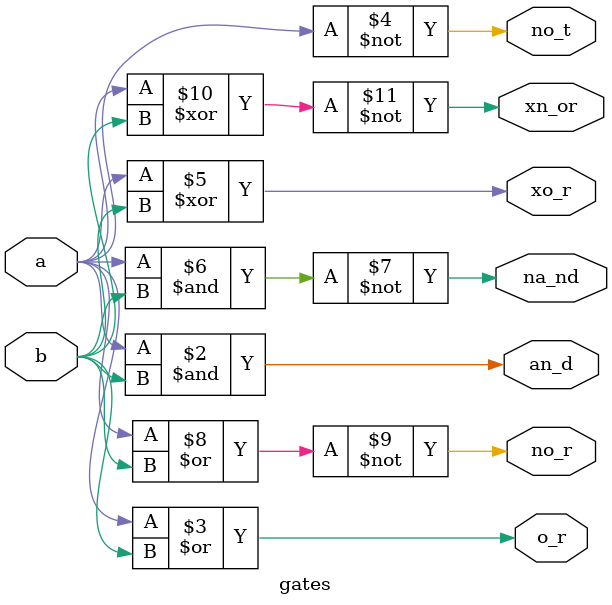
<source format=sv>
module gates(input logic a,b,output logic an_d,o_r,no_t,xo_r,na_nd,no_r,xn_or

    );
    always_comb
    begin
    an_d=a&b;
    o_r=a|b;
    no_t=~a; 
    xo_r=a^b;
    na_nd=~(a&b);
    no_r=~(a|b);
    xn_or=~(a^b);
    end
endmodule

</source>
